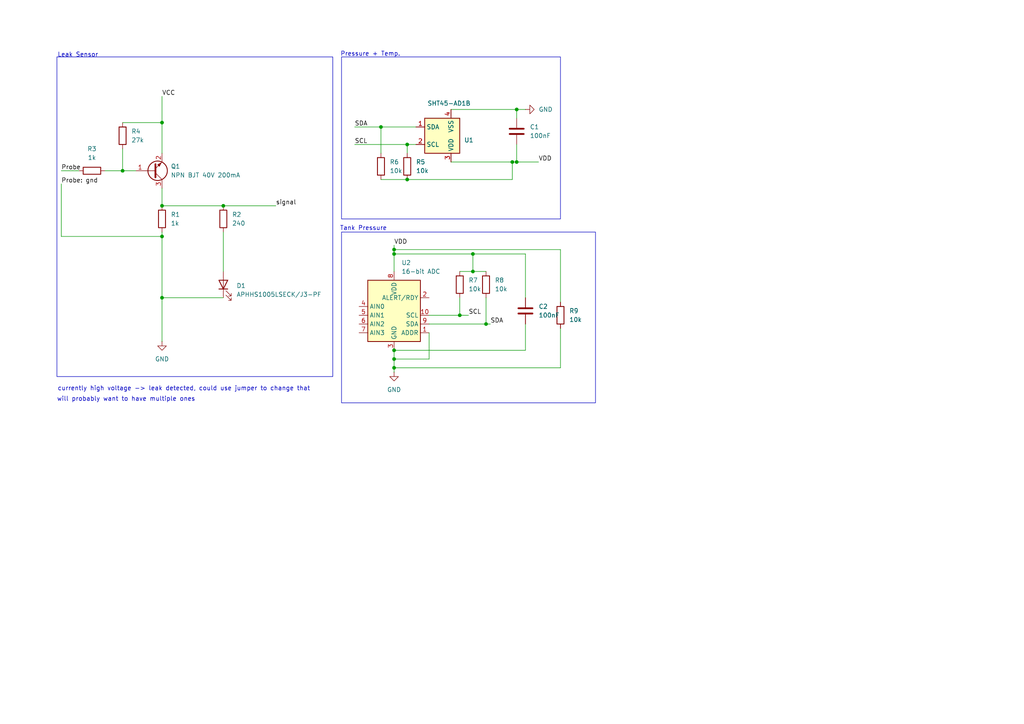
<source format=kicad_sch>
(kicad_sch (version 20250114) (generator "eeschema") (generator_version "9.0")
  (paper "A4")
  (lib_symbols
    (symbol "#dzdb:g_cap/C-100n-0201" (pin_numbers (hide yes)) (pin_names (offset 0.254))
      (property "Reference" "C" (at 0.635 2.54 0))
      (property "Value" "100nF" (at 0.635 -2.54 0))
      (symbol "g_cap/C-100n-0201_0_1"
        (polyline (pts (xy -2.032 0.762) (xy 2.032 0.762)) (stroke (width 0.508)))
        (polyline (pts (xy -2.032 -0.762) (xy 2.032 -0.762)) (stroke (width 0.508)))
      )
      (symbol "g_cap/C-100n-0201_1_1"
        (pin passive line (at 0 3.81 270) (length 2.794) (name "~") (number "1"))
        (pin passive line (at 0 -3.81 90) (length 2.794) (name "~") (number "2"))
      )
    )
    (symbol "#dzdb:g_cap/C-100n-0402" (pin_numbers (hide yes)) (pin_names (offset 0.254))
      (property "Reference" "C" (at 0.635 2.54 0))
      (property "Value" "100nF" (at 0.635 -2.54 0))
      (symbol "g_cap/C-100n-0402_0_1"
        (polyline (pts (xy -2.032 0.762) (xy 2.032 0.762)) (stroke (width 0.508)))
        (polyline (pts (xy -2.032 -0.762) (xy 2.032 -0.762)) (stroke (width 0.508)))
      )
      (symbol "g_cap/C-100n-0402_1_1"
        (pin passive line (at 0 3.81 270) (length 2.794) (name "~") (number "1"))
        (pin passive line (at 0 -3.81 90) (length 2.794) (name "~") (number "2"))
      )
    )
    (symbol "#dzdb:g_res/R-10k-0603" (pin_numbers (hide yes)) (pin_names (offset 0))
      (property "Reference" "R" (at 2.032 0 90))
      (property "Value" "10k" (at 0 0 90))
      (symbol "g_res/R-10k-0603_0_1"
        (rectangle (start -1.016 -2.54) (end 1.016 2.54) (stroke (width 0.254)))
      )
      (symbol "g_res/R-10k-0603_1_1"
        (pin passive line (at 0 3.81 270) (length 1.27) (name "~") (number "1"))
        (pin passive line (at 0 -3.81 90) (length 1.27) (name "~") (number "2"))
      )
    )
    (symbol "#dzdb:g_res/R-1k-0603" (pin_numbers (hide yes)) (pin_names (offset 0))
      (property "Reference" "R" (at 2.032 0 90))
      (property "Value" "1k" (at 0 0 90))
      (symbol "g_res/R-1k-0603_0_1"
        (rectangle (start -1.016 -2.54) (end 1.016 2.54) (stroke (width 0.254)))
      )
      (symbol "g_res/R-1k-0603_1_1"
        (pin passive line (at 0 3.81 270) (length 1.27) (name "~") (number "1"))
        (pin passive line (at 0 -3.81 90) (length 1.27) (name "~") (number "2"))
      )
    )
    (symbol "#dzdb:g_res/R-240-0603" (pin_numbers (hide yes)) (pin_names (offset 0))
      (property "Reference" "R" (at 2.032 0 90))
      (property "Value" "240" (at 0 0 90))
      (symbol "g_res/R-240-0603_0_1"
        (rectangle (start -1.016 -2.54) (end 1.016 2.54) (stroke (width 0.254)))
      )
      (symbol "g_res/R-240-0603_1_1"
        (pin passive line (at 0 3.81 270) (length 1.27) (name "~") (number "1"))
        (pin passive line (at 0 -3.81 90) (length 1.27) (name "~") (number "2"))
      )
    )
    (symbol "#dzdb:g_res/R-27k-0603" (pin_numbers (hide yes)) (pin_names (offset 0))
      (property "Reference" "R" (at 2.032 0 90))
      (property "Value" "27k" (at 0 0 90))
      (symbol "g_res/R-27k-0603_0_1"
        (rectangle (start -1.016 -2.54) (end 1.016 2.54) (stroke (width 0.254)))
      )
      (symbol "g_res/R-27k-0603_1_1"
        (pin passive line (at 0 3.81 270) (length 1.27) (name "~") (number "1"))
        (pin passive line (at 0 -3.81 90) (length 1.27) (name "~") (number "2"))
      )
    )
    (symbol "#dzdb:s_dio/D-KIN-APHHS1005LSECK/J3-PF" (pin_numbers (hide yes)) (pin_names (offset 1.016) (hide yes))
      (property "Reference" "D" (at 0 2.54 0))
      (property "Value" "APHHS1005LSECK/J3-PF" (at 0 -2.54 0))
      (symbol "s_dio/D-KIN-APHHS1005LSECK/J3-PF_0_1"
        (polyline (pts (xy -3.048 -0.762) (xy -4.572 -2.286) (xy -3.81 -2.286) (xy -4.572 -2.286) (xy -4.572 -1.524)))
        (polyline (pts (xy -1.778 -0.762) (xy -3.302 -2.286) (xy -2.54 -2.286) (xy -3.302 -2.286) (xy -3.302 -1.524)))
        (polyline (pts (xy -1.27 0) (xy 1.27 0)))
        (polyline (pts (xy -1.27 -1.27) (xy -1.27 1.27)) (stroke (width 0.254)))
        (polyline (pts (xy 1.27 -1.27) (xy 1.27 1.27) (xy -1.27 0) (xy 1.27 -1.27)) (stroke (width 0.254)))
      )
      (symbol "s_dio/D-KIN-APHHS1005LSECK/J3-PF_1_1"
        (pin passive line (at -3.81 0 0) (length 2.54) (name "K") (number "1"))
        (pin passive line (at 3.81 0 180) (length 2.54) (name "A") (number "2"))
      )
    )
    (symbol "#dzdb:s_misc/IC-ADC-ADS1115-MSOP"
      (property "Reference" "U" (at 2.54 13.97 0))
      (property "Value" "16-bit ADC" (at 7.62 11.43 0))
      (symbol "s_misc/IC-ADC-ADS1115-MSOP_0_1"
        (rectangle (start -7.62 10.16) (end 7.62 -7.62) (stroke (width 0.254)) (fill (type background)))
      )
      (symbol "s_misc/IC-ADC-ADS1115-MSOP_1_1"
        (pin input line (at -10.16 2.54 0) (length 2.54) (name "AIN0") (number "4"))
        (pin input line (at -10.16 0 0) (length 2.54) (name "AIN1") (number "5"))
        (pin input line (at -10.16 -2.54 0) (length 2.54) (name "AIN2") (number "6"))
        (pin input line (at -10.16 -5.08 0) (length 2.54) (name "AIN3") (number "7"))
        (pin power_in line (at 0 12.7 270) (length 2.54) (name "VDD") (number "8"))
        (pin power_in line (at 0 -10.16 90) (length 2.54) (name "GND") (number "3"))
        (pin output line (at 10.16 5.08 180) (length 2.54) (name "ALERT/RDY") (number "2"))
        (pin input line (at 10.16 0 180) (length 2.54) (name "SCL") (number "10"))
        (pin bidirectional line (at 10.16 -2.54 180) (length 2.54) (name "SDA") (number "9"))
        (pin input line (at 10.16 -5.08 180) (length 2.54) (name "ADDR") (number "1"))
      )
    )
    (symbol "#dzdb:s_misc/Q-NPN-200-SOT23" (pin_names (offset 0) (hide yes))
      (property "Reference" "Q" (at 5.08 1.905 0))
      (property "Value" "NPN BJT 40V 200mA" (at 5.08 0 0))
      (symbol "s_misc/Q-NPN-200-SOT23_0_1"
        (polyline (pts (xy -2.54 0) (xy 0.635 0)))
        (polyline (pts (xy 0.635 1.905) (xy 0.635 -1.905)) (stroke (width 0.508)))
        (circle (center 1.27 0) (radius 2.8194) (stroke (width 0.254)))
      )
      (symbol "s_misc/Q-NPN-200-SOT23_1_1"
        (polyline (pts (xy 0.635 0.635) (xy 2.54 2.54)))
        (polyline (pts (xy 0.635 -0.635) (xy 2.54 -2.54)))
        (polyline (pts (xy 1.27 -1.778) (xy 1.778 -1.27) (xy 2.286 -2.286) (xy 1.27 -1.778)) (fill (type outline)))
        (pin input line (at -5.08 0 0) (length 2.54) (name "B") (number "1"))
        (pin passive line (at 2.54 5.08 270) (length 2.54) (name "C") (number "3"))
        (pin passive line (at 2.54 -5.08 90) (length 2.54) (name "E") (number "2"))
      )
    )
    (symbol "#dzdb:s_sens/D-SENS-SHT40-AD1F-R2"
      (property "Reference" "U" (at 0 8.89 0))
      (property "Value" "SHT40-AD1F-R2" (at 0 6.35 0))
      (symbol "s_sens/D-SENS-SHT40-AD1F-R2_1_1"
        (rectangle (start -5.08 5.08) (end 5.08 -5.08) (stroke (width 0.254)) (fill (type background)))
        (pin input line (at -7.62 2.54 0) (length 2.54) (name "SCL") (number "2"))
        (pin bidirectional line (at -7.62 -2.54 0) (length 2.54) (name "SDA") (number "1"))
        (pin power_in line (at 2.54 7.62 270) (length 2.54) (name "VDD") (number "3"))
        (pin power_in line (at 2.54 -7.62 90) (length 2.54) (name "VSS") (number "4"))
      )
    )
    (symbol "power:GND" (power) (pin_numbers (hide yes)) (pin_names (offset 0) (hide yes))
      (property "Value" "GND" (at 0 -3.81 0))
      (symbol "GND_0_1"
        (polyline (pts (xy 0 0) (xy 0 -1.27) (xy 1.27 -1.27) (xy 0 -2.54) (xy -1.27 -1.27) (xy 0 -1.27)))
      )
      (symbol "GND_1_1"
        (pin power_in line (at 0 0 270) (length 0) (name "~") (number "1"))
      )
    )
  )
  (rectangle (start 99.06 16.51) (end 162.56 63.5))
  (rectangle (start 16.51 16.51) (end 96.52 109.22))
  (rectangle (start 99.06 67.31) (end 172.72 116.84))
  (text "currently high voltage -> leak detected, could use jumper to change that\n" (at 53.34 112.776 0) (effects (font (size 1.27 1.27))))
  (text "Leak Sensor\n" (at 22.606 16.002 0) (effects (font (size 1.27 1.27))))
  (text "Tank Pressure\n" (at 105.41 66.294 0) (effects (font (size 1.27 1.27))))
  (text "Pressure + Temp.\n" (at 107.442 15.748 0) (effects (font (size 1.27 1.27))))
  (text "will probably want to have multiple ones\n" (at 36.576 115.824 0) (effects (font (size 1.27 1.27))))
  (junction (at 46.99 86.36))
  (junction (at 46.99 59.69))
  (junction (at 110.49 36.83))
  (junction (at 46.99 35.56))
  (junction (at 46.99 68.58))
  (junction (at 114.3 106.68))
  (junction (at 148.59 46.99))
  (junction (at 35.56 49.53))
  (junction (at 137.16 78.74))
  (junction (at 118.11 41.91))
  (junction (at 114.3 104.14))
  (junction (at 149.86 46.99))
  (junction (at 114.3 73.66))
  (junction (at 118.11 52.07))
  (junction (at 137.16 73.66))
  (junction (at 133.35 91.44))
  (junction (at 114.3 101.6))
  (junction (at 140.97 93.98))
  (junction (at 149.86 31.75))
  (junction (at 114.3 72.39))
  (junction (at 64.77 59.69))
  (wire (pts (xy 46.99 68.58) (xy 46.99 86.36)))
  (wire (pts (xy 46.99 59.69) (xy 64.77 59.69)))
  (wire (pts (xy 133.35 86.36) (xy 133.35 91.44)))
  (wire (pts (xy 162.56 72.39) (xy 162.56 87.63)))
  (wire (pts (xy 110.49 36.83) (xy 110.49 44.45)))
  (wire (pts (xy 114.3 106.68) (xy 114.3 107.95)))
  (wire (pts (xy 124.46 104.14) (xy 114.3 104.14)))
  (wire (pts (xy 162.56 106.68) (xy 114.3 106.68)))
  (wire (pts (xy 30.48 49.53) (xy 35.56 49.53)))
  (wire (pts (xy 124.46 91.44) (xy 133.35 91.44)))
  (wire (pts (xy 17.78 53.34) (xy 17.78 68.58)))
  (wire (pts (xy 152.4 101.6) (xy 114.3 101.6)))
  (wire (pts (xy 137.16 73.66) (xy 152.4 73.66)))
  (wire (pts (xy 102.87 36.83) (xy 110.49 36.83)))
  (wire (pts (xy 152.4 73.66) (xy 152.4 86.36)))
  (wire (pts (xy 114.3 104.14) (xy 114.3 106.68)))
  (wire (pts (xy 110.49 36.83) (xy 120.65 36.83)))
  (wire (pts (xy 102.87 41.91) (xy 118.11 41.91)))
  (wire (pts (xy 35.56 49.53) (xy 39.37 49.53)))
  (wire (pts (xy 130.81 46.99) (xy 148.59 46.99)))
  (wire (pts (xy 149.86 46.99) (xy 156.21 46.99)))
  (wire (pts (xy 46.99 86.36) (xy 64.77 86.36)))
  (wire (pts (xy 137.16 78.74) (xy 140.97 78.74)))
  (wire (pts (xy 110.49 52.07) (xy 118.11 52.07)))
  (wire (pts (xy 35.56 43.18) (xy 35.56 49.53)))
  (wire (pts (xy 140.97 93.98) (xy 142.24 93.98)))
  (wire (pts (xy 133.35 91.44) (xy 135.89 91.44)))
  (wire (pts (xy 114.3 72.39) (xy 162.56 72.39)))
  (wire (pts (xy 152.4 93.98) (xy 152.4 101.6)))
  (wire (pts (xy 64.77 59.69) (xy 80.01 59.69)))
  (wire (pts (xy 124.46 96.52) (xy 124.46 104.14)))
  (wire (pts (xy 114.3 72.39) (xy 114.3 73.66)))
  (wire (pts (xy 124.46 93.98) (xy 140.97 93.98)))
  (wire (pts (xy 114.3 71.12) (xy 114.3 72.39)))
  (wire (pts (xy 114.3 73.66) (xy 137.16 73.66)))
  (wire (pts (xy 35.56 35.56) (xy 46.99 35.56)))
  (wire (pts (xy 149.86 31.75) (xy 152.4 31.75)))
  (wire (pts (xy 140.97 86.36) (xy 140.97 93.98)))
  (wire (pts (xy 148.59 46.99) (xy 148.59 52.07)))
  (wire (pts (xy 114.3 101.6) (xy 114.3 104.14)))
  (wire (pts (xy 120.65 41.91) (xy 118.11 41.91)))
  (wire (pts (xy 17.78 68.58) (xy 46.99 68.58)))
  (wire (pts (xy 133.35 78.74) (xy 137.16 78.74)))
  (wire (pts (xy 137.16 73.66) (xy 137.16 78.74)))
  (wire (pts (xy 46.99 35.56) (xy 46.99 44.45)))
  (wire (pts (xy 17.78 49.53) (xy 22.86 49.53)))
  (wire (pts (xy 149.86 31.75) (xy 149.86 34.29)))
  (wire (pts (xy 114.3 73.66) (xy 114.3 78.74)))
  (wire (pts (xy 149.86 46.99) (xy 149.86 41.91)))
  (wire (pts (xy 130.81 31.75) (xy 149.86 31.75)))
  (wire (pts (xy 162.56 95.25) (xy 162.56 106.68)))
  (wire (pts (xy 46.99 27.94) (xy 46.99 35.56)))
  (wire (pts (xy 64.77 67.31) (xy 64.77 78.74)))
  (wire (pts (xy 118.11 41.91) (xy 118.11 44.45)))
  (wire (pts (xy 46.99 54.61) (xy 46.99 59.69)))
  (wire (pts (xy 46.99 67.31) (xy 46.99 68.58)))
  (wire (pts (xy 118.11 52.07) (xy 148.59 52.07)))
  (wire (pts (xy 46.99 86.36) (xy 46.99 99.06)))
  (wire (pts (xy 148.59 46.99) (xy 149.86 46.99)))
  (label "Probe: gnd" (at 17.78 53.34 0))
  (label "VDD" (at 156.21 46.99 0))
  (label "signal" (at 80.01 59.69 0))
  (label "Probe" (at 17.78 49.53 0))
  (label "SCL" (at 135.89 91.44 0))
  (label "VCC" (at 46.99 27.94 0))
  (label "SDA" (at 102.87 36.83 0))
  (label "SCL" (at 102.87 41.91 0))
  (label "VDD" (at 114.3 71.12 0))
  (label "SDA" (at 142.24 93.98 0))
  (symbol (lib_id "#dzdb:g_res/R-10k-0603") (at 140.97 82.55 0) (unit 1)
    (property "Reference" "R8" (at 143.51 81.2799 0) (effects (justify left)))
    (property "Value" "10k" (at 143.51 83.8199 0) (effects (justify left)))
    (property "Footprint" "Resistor_SMD:R_0603_1608Metric" (effects (hide yes)))
    (property "Datasheet" "https://www.we-online.com/components/products/datasheet/560112116005.pdf" (effects (hide yes)))
    (property "Description" "Thick Film Resistors - SMD WRIS-RSKS 10 kOhms 1 % 0.1 W 0603" (effects (hide yes)))
    (property "IPN" "R-10k-0603" (effects (hide yes)))
    (property "MPN" "560112116005" (effects (hide yes)))
    (property "Manufacturer" "Wurth Elektronik" (effects (hide yes)))
    (property "Resistance" "10k" (effects (hide yes)))
    (property "Power" "0.1 W" (effects (hide yes)))
    (property "Material" "Thick film" (effects (hide yes)))
    (property "Tolerance" "1 %" (effects (hide yes)))
    (property "Supplier" "Mouser" (effects (hide yes)))
    (property "SPN" "710-560112116005" (effects (hide yes)))
    (property "LCSC" "CXXXXX" (effects (hide yes)))
    (property "Comment" "lifecycle=Active; note=Auto-generated" (effects (hide yes)))
  )
  (symbol (lib_id "#dzdb:g_res/R-10k-0603") (at 118.11 48.26 0) (unit 1)
    (property "Reference" "R5" (at 120.65 46.9899 0) (effects (justify left)))
    (property "Value" "10k" (at 120.65 49.5299 0) (effects (justify left)))
    (property "Footprint" "Resistor_SMD:R_0603_1608Metric" (effects (hide yes)))
    (property "Datasheet" "https://www.we-online.com/components/products/datasheet/560112116005.pdf" (effects (hide yes)))
    (property "Description" "Thick Film Resistors - SMD WRIS-RSKS 10 kOhms 1 % 0.1 W 0603" (effects (hide yes)))
    (property "IPN" "R-10k-0603" (effects (hide yes)))
    (property "MPN" "560112116005" (effects (hide yes)))
    (property "Manufacturer" "Wurth Elektronik" (effects (hide yes)))
    (property "Resistance" "10k" (effects (hide yes)))
    (property "Power" "0.1 W" (effects (hide yes)))
    (property "Material" "Thick film" (effects (hide yes)))
    (property "Tolerance" "1 %" (effects (hide yes)))
    (property "Supplier" "Mouser" (effects (hide yes)))
    (property "SPN" "710-560112116005" (effects (hide yes)))
    (property "LCSC" "CXXXXX" (effects (hide yes)))
    (property "Comment" "lifecycle=Active; note=Auto-generated" (effects (hide yes)))
  )
  (symbol (lib_id "#dzdb:g_res/R-10k-0603") (at 133.35 82.55 0) (unit 1)
    (property "Reference" "R7" (at 135.89 81.2799 0) (effects (justify left)))
    (property "Value" "10k" (at 135.89 83.8199 0) (effects (justify left)))
    (property "Footprint" "Resistor_SMD:R_0603_1608Metric" (effects (hide yes)))
    (property "Datasheet" "https://www.we-online.com/components/products/datasheet/560112116005.pdf" (effects (hide yes)))
    (property "Description" "Thick Film Resistors - SMD WRIS-RSKS 10 kOhms 1 % 0.1 W 0603" (effects (hide yes)))
    (property "IPN" "R-10k-0603" (effects (hide yes)))
    (property "MPN" "560112116005" (effects (hide yes)))
    (property "Manufacturer" "Wurth Elektronik" (effects (hide yes)))
    (property "Resistance" "10k" (effects (hide yes)))
    (property "Power" "0.1 W" (effects (hide yes)))
    (property "Material" "Thick film" (effects (hide yes)))
    (property "Tolerance" "1 %" (effects (hide yes)))
    (property "Supplier" "Mouser" (effects (hide yes)))
    (property "SPN" "710-560112116005" (effects (hide yes)))
    (property "LCSC" "CXXXXX" (effects (hide yes)))
    (property "Comment" "lifecycle=Active; note=Auto-generated" (effects (hide yes)))
  )
  (symbol (lib_id "#dzdb:s_dio/D-KIN-APHHS1005LSECK/J3-PF") (at 64.77 82.55 90) (unit 1)
    (property "Reference" "D1" (at 68.58 82.8674 90) (effects (justify right)))
    (property "Value" "APHHS1005LSECK/J3-PF" (at 68.58 85.4074 90) (effects (justify right)))
    (property "Footprint" "LED_SMD:LED_0402_1005Metric" (effects (hide yes)))
    (property "Datasheet" "https://www.kingbrightusa.com/images/catalog/spec/APHHS1005LSECK-J3-PF.pdf" (effects (hide yes)))
    (property "Description" "LED RED 625nm 80mcd@2mA 40mcd@1mA 1.8V" (effects (hide yes)))
    (property "Sim.Pins" "1=K 2=A" (effects (hide yes)))
    (property "IPN" "D-KIN-APHHS1005LSECK/J3-PF" (effects (hide yes)))
    (property "MPN" "APHHS1005LSECK/J3-PF" (effects (hide yes)))
    (property "Manufacturer" "Kingbright" (effects (hide yes)))
    (property "Type" "LED RED" (effects (hide yes)))
    (property "Vf" "1.8V" (effects (hide yes)))
    (property "If" "2mA" (effects (hide yes)))
    (property "Supplier" "Mouser" (effects (hide yes)))
    (property "SPN" "604-APHHS1005LSECKJ3" (effects (hide yes)))
    (property "Comment" "lifecycle=Active" (effects (hide yes)))
  )
  (symbol (lib_id "#dzdb:s_sens/D-SENS-SHT40-AD1F-R2") (at 128.27 39.37 0) (mirror x) (unit 1)
    (property "Reference" "U1" (at 134.62 40.6401 0) (effects (justify left)))
    (property "Value" "SHT45-AD1B" (at 123.952 29.972 0) (effects (justify left)))
    (property "Footprint" "Sensor_Humidity:Sensirion_DFN-4_1.5x1.5mm_P0.8mm_SHT4x_NoCentralPad" (effects (hide yes)))
    (property "Datasheet" "https://sensirion.com/media/documents/33FD6951/67EB9032/HT_DS_Datasheet_SHT4x_5.pdf" (effects (hide yes)))
    (property "Description" "Board Mount Humidity Sensors Digital Humidity and Temperature Sensor incl Filter Membrane" (effects (hide yes)))
    (property "IPN" "D-SENS-SHT40-AD1F-R2" (effects (hide yes)))
    (property "MPN" "SHT40-AD1F-R2" (effects (hide yes)))
    (property "Manufacturer" "Sensirion" (effects (hide yes)))
    (property "Type" "Temperature/Humidity" (effects (hide yes)))
    (property "Channels" "1" (effects (hide yes)))
    (property "Vin Range" "1.08V -3.6V" (effects (hide yes)))
    (property "Supplier" "Mouser" (effects (hide yes)))
    (property "SPN" "403-SHT40-AD1F-R2" (effects (hide yes)))
    (property "LCSC" "CXXXXX" (effects (hide yes)))
    (property "Comment" "lifecycle=Active;" (effects (hide yes)))
  )
  (symbol (lib_id "#dzdb:g_res/R-10k-0603") (at 162.56 91.44 0) (unit 1)
    (property "Reference" "R9" (at 165.1 90.1699 0) (effects (justify left)))
    (property "Value" "10k" (at 165.1 92.7099 0) (effects (justify left)))
    (property "Footprint" "Resistor_SMD:R_0603_1608Metric" (effects (hide yes)))
    (property "Datasheet" "https://www.we-online.com/components/products/datasheet/560112116005.pdf" (effects (hide yes)))
    (property "Description" "Thick Film Resistors - SMD WRIS-RSKS 10 kOhms 1 % 0.1 W 0603" (effects (hide yes)))
    (property "IPN" "R-10k-0603" (effects (hide yes)))
    (property "MPN" "560112116005" (effects (hide yes)))
    (property "Manufacturer" "Wurth Elektronik" (effects (hide yes)))
    (property "Resistance" "10k" (effects (hide yes)))
    (property "Power" "0.1 W" (effects (hide yes)))
    (property "Material" "Thick film" (effects (hide yes)))
    (property "Tolerance" "1 %" (effects (hide yes)))
    (property "Supplier" "Mouser" (effects (hide yes)))
    (property "SPN" "710-560112116005" (effects (hide yes)))
    (property "LCSC" "CXXXXX" (effects (hide yes)))
    (property "Comment" "lifecycle=Active; note=Auto-generated" (effects (hide yes)))
  )
  (symbol (lib_id "power:GND") (at 152.4 31.75 90) (unit 1)
    (property "Reference" "#PWR02" (effects (hide yes)))
    (property "Value" "GND" (at 156.21 31.7499 90) (effects (justify right)))
    (property "Description" "Power symbol creates a global label with name \"GND\" , ground" (effects (hide yes)))
  )
  (symbol (lib_id "power:GND") (at 46.99 99.06 0) (unit 1)
    (property "Reference" "#PWR01" (effects (hide yes)))
    (property "Value" "GND" (at 46.99 104.14 0))
    (property "Description" "Power symbol creates a global label with name \"GND\" , ground" (effects (hide yes)))
  )
  (symbol (lib_id "#dzdb:g_res/R-1k-0603") (at 26.67 49.53 90) (unit 1)
    (property "Reference" "R3" (at 26.67 43.18 90))
    (property "Value" "1k" (at 26.67 45.72 90))
    (property "Footprint" "Resistor_SMD:R_0603_1608Metric" (effects (hide yes)))
    (property "Datasheet" "https://www.we-online.com/components/products/datasheet/560112116014.pdf" (effects (hide yes)))
    (property "Description" "Thick Film Resistors - SMD WRIS-RSKS 1 kOhms 1 % 0.1 W 0603" (effects (hide yes)))
    (property "IPN" "R-1k-0603" (effects (hide yes)))
    (property "MPN" "560112116014" (effects (hide yes)))
    (property "Manufacturer" "Wurth Elektronik" (effects (hide yes)))
    (property "Resistance" "1k" (effects (hide yes)))
    (property "Power" "0.1 W" (effects (hide yes)))
    (property "Material" "Thick film" (effects (hide yes)))
    (property "Tolerance" "1 %" (effects (hide yes)))
    (property "Supplier" "Mouser" (effects (hide yes)))
    (property "SPN" "710-560112116014" (effects (hide yes)))
    (property "LCSC" "CXXXXX" (effects (hide yes)))
    (property "Comment" "lifecycle=Active; note=Auto-generated" (effects (hide yes)))
  )
  (symbol (lib_id "#dzdb:g_res/R-10k-0603") (at 110.49 48.26 0) (unit 1)
    (property "Reference" "R6" (at 113.03 46.9899 0) (effects (justify left)))
    (property "Value" "10k" (at 113.03 49.5299 0) (effects (justify left)))
    (property "Footprint" "Resistor_SMD:R_0603_1608Metric" (effects (hide yes)))
    (property "Datasheet" "https://www.we-online.com/components/products/datasheet/560112116005.pdf" (effects (hide yes)))
    (property "Description" "Thick Film Resistors - SMD WRIS-RSKS 10 kOhms 1 % 0.1 W 0603" (effects (hide yes)))
    (property "IPN" "R-10k-0603" (effects (hide yes)))
    (property "MPN" "560112116005" (effects (hide yes)))
    (property "Manufacturer" "Wurth Elektronik" (effects (hide yes)))
    (property "Resistance" "10k" (effects (hide yes)))
    (property "Power" "0.1 W" (effects (hide yes)))
    (property "Material" "Thick film" (effects (hide yes)))
    (property "Tolerance" "1 %" (effects (hide yes)))
    (property "Supplier" "Mouser" (effects (hide yes)))
    (property "SPN" "710-560112116005" (effects (hide yes)))
    (property "LCSC" "CXXXXX" (effects (hide yes)))
    (property "Comment" "lifecycle=Active; note=Auto-generated" (effects (hide yes)))
  )
  (symbol (lib_id "#dzdb:s_misc/IC-ADC-ADS1115-MSOP") (at 114.3 91.44 0) (unit 1)
    (property "Reference" "U2" (at 116.4433 76.2 0) (effects (justify left)))
    (property "Value" "16-bit ADC" (at 116.4433 78.74 0) (effects (justify left)))
    (property "Footprint" "Package_SO:VSSOP-10_3x3mm_P0.5mm" (effects (hide yes)))
    (property "Datasheet" "https://www.ti.com/lit/ds/symlink/ads1115.pdf" (effects (hide yes)))
    (property "Description" "16-bit 860SPS ADC with PGA and I²C interface" (effects (hide yes)))
    (property "IPN" "IC-ADC-ADS1115-MSOP" (effects (hide yes)))
    (property "MPN" "ADS1115IDGS" (effects (hide yes)))
    (property "Manufacturer" "Texas Instruments" (effects (hide yes)))
    (property "Symbol" "Analog_ADC:ADS1115IDGS" (effects (hide yes)))
    (property "Type" "ADC" (effects (hide yes)))
    (property "Supplier" "Mouser" (effects (hide yes)))
    (property "SPN" "595-ADS1115IDGSR" (effects (hide yes)))
    (property "LCSC" "C37593" (effects (hide yes)))
    (property "Comment" "Programmable gain" (effects (hide yes)))
  )
  (symbol (lib_id "#dzdb:g_cap/C-100n-0201") (at 149.86 38.1 0) (unit 1)
    (property "Reference" "C1" (at 153.67 36.8299 0) (effects (justify left)))
    (property "Value" "100nF" (at 153.67 39.3699 0) (effects (justify left)))
    (property "Footprint" "Capacitor_SMD:C_0201_0603Metric" (effects (hide yes)))
    (property "Datasheet" "https://www.murata.com/products/productdetail?partno=GRM033R61A104ME15%23" (effects (hide yes)))
    (property "Description" "Cap 100nF 10V 0201 X5R ±20%" (effects (hide yes)))
    (property "IPN" "C-100n-0201" (effects (hide yes)))
    (property "MPN" "GRM033R61A104ME15" (effects (hide yes)))
    (property "Manufacturer" "Murata" (effects (hide yes)))
    (property "Capacitance" "100nF" (effects (hide yes)))
    (property "Voltage" "10V" (effects (hide yes)))
    (property "Material" "X5R" (effects (hide yes)))
    (property "Tolerance" "20%" (effects (hide yes)))
    (property "Supplier" "Mouser" (effects (hide yes)))
    (property "SPN" "81-GRM033R61A104ME5D" (effects (hide yes)))
    (property "Comment" "lifecycle=Active" (effects (hide yes)))
  )
  (symbol (lib_id "#dzdb:g_res/R-27k-0603") (at 35.56 39.37 0) (unit 1)
    (property "Reference" "R4" (at 38.1 38.0999 0) (effects (justify left)))
    (property "Value" "27k" (at 38.1 40.6399 0) (effects (justify left)))
    (property "Footprint" "Resistor_SMD:R_0603_1608Metric" (effects (hide yes)))
    (property "Datasheet" "https://www.we-online.com/components/products/datasheet/560112116023.pdf" (effects (hide yes)))
    (property "Description" "Thick Film Resistors - SMD WRIS-RSKS 27 kOhms 1 % 0.1 W 0603" (effects (hide yes)))
    (property "IPN" "R-27k-0603" (effects (hide yes)))
    (property "MPN" "560112116023" (effects (hide yes)))
    (property "Manufacturer" "Wurth Elektronik" (effects (hide yes)))
    (property "Resistance" "27k" (effects (hide yes)))
    (property "Power" "0.1 W" (effects (hide yes)))
    (property "Material" "Thick film" (effects (hide yes)))
    (property "Tolerance" "1 %" (effects (hide yes)))
    (property "Supplier" "Mouser" (effects (hide yes)))
    (property "SPN" "710-560112116023" (effects (hide yes)))
    (property "LCSC" "CXXXXX" (effects (hide yes)))
    (property "Comment" "lifecycle=Active; note=Auto-generated" (effects (hide yes)))
  )
  (symbol (lib_id "#dzdb:s_misc/Q-NPN-200-SOT23") (at 44.45 49.53 0) (mirror x) (unit 1)
    (property "Reference" "Q1" (at 49.53 48.2599 0) (effects (justify left)))
    (property "Value" "NPN BJT 40V 200mA" (at 49.53 50.7999 0) (effects (justify left)))
    (property "Footprint" "Package_TO_SOT_SMD:SOT-23" (effects (hide yes)))
    (property "Datasheet" "https://www.lcsc.com/datasheet/C94514.pdf" (effects (hide yes)))
    (property "Description" "Transistor NPN general-purpose small-signal" (effects (hide yes)))
    (property "IPN" "Q-NPN-200-SOT23" (effects (hide yes)))
    (property "MPN" "MMBT3904-7-F" (effects (hide yes)))
    (property "Manufacturer" "Diodes Incorporated" (effects (hide yes)))
    (property "Symbol" "Transistor_BJT:MMBT3904" (effects (hide yes)))
    (property "Type" "BJT" (effects (hide yes)))
    (property "Supplier" "N/A" (effects (hide yes)))
    (property "SPN" "N/A" (effects (hide yes)))
    (property "LCSC" "C94514" (effects (hide yes)))
  )
  (symbol (lib_id "#dzdb:g_res/R-1k-0603") (at 46.99 63.5 0) (unit 1)
    (property "Reference" "R1" (at 49.53 62.2299 0) (effects (justify left)))
    (property "Value" "1k" (at 49.53 64.7699 0) (effects (justify left)))
    (property "Footprint" "Resistor_SMD:R_0603_1608Metric" (effects (hide yes)))
    (property "Datasheet" "https://www.we-online.com/components/products/datasheet/560112116014.pdf" (effects (hide yes)))
    (property "Description" "Thick Film Resistors - SMD WRIS-RSKS 1 kOhms 1 % 0.1 W 0603" (effects (hide yes)))
    (property "IPN" "R-1k-0603" (effects (hide yes)))
    (property "MPN" "560112116014" (effects (hide yes)))
    (property "Manufacturer" "Wurth Elektronik" (effects (hide yes)))
    (property "Resistance" "1k" (effects (hide yes)))
    (property "Power" "0.1 W" (effects (hide yes)))
    (property "Material" "Thick film" (effects (hide yes)))
    (property "Tolerance" "1 %" (effects (hide yes)))
    (property "Supplier" "Mouser" (effects (hide yes)))
    (property "SPN" "710-560112116014" (effects (hide yes)))
    (property "LCSC" "CXXXXX" (effects (hide yes)))
    (property "Comment" "lifecycle=Active; note=Auto-generated" (effects (hide yes)))
  )
  (symbol (lib_id "#dzdb:g_res/R-240-0603") (at 64.77 63.5 0) (unit 1)
    (property "Reference" "R2" (at 67.31 62.2299 0) (effects (justify left)))
    (property "Value" "240" (at 67.31 64.7699 0) (effects (justify left)))
    (property "Footprint" "Resistor_SMD:R_0603_1608Metric" (effects (hide yes)))
    (property "Datasheet" "https://www.we-online.com/components/products/datasheet/560112116089.pdf" (effects (hide yes)))
    (property "Description" "Thick Film Resistors - SMD WRIS-RSKS 240 Ohms 1 % 0.1 W 0603" (effects (hide yes)))
    (property "IPN" "R-240-0603" (effects (hide yes)))
    (property "MPN" "560112116089" (effects (hide yes)))
    (property "Manufacturer" "Wurth Elektronik" (effects (hide yes)))
    (property "Resistance" "240" (effects (hide yes)))
    (property "Power" "0.1 W" (effects (hide yes)))
    (property "Material" "Thick film" (effects (hide yes)))
    (property "Tolerance" "1 %" (effects (hide yes)))
    (property "Supplier" "Mouser" (effects (hide yes)))
    (property "SPN" "710-560112116089" (effects (hide yes)))
    (property "LCSC" "CXXXXX" (effects (hide yes)))
    (property "Comment" "lifecycle=Active; note=Auto-generated" (effects (hide yes)))
  )
  (symbol (lib_id "#dzdb:g_cap/C-100n-0402") (at 152.4 90.17 0) (unit 1)
    (property "Reference" "C2" (at 156.21 88.8999 0) (effects (justify left)))
    (property "Value" "100nF" (at 156.21 91.4399 0) (effects (justify left)))
    (property "Footprint" "Capacitor_SMD:C_0402_1005Metric" (effects (hide yes)))
    (property "Datasheet" "https://www.murata.com/products/productdetail?partno=GRM155R61A104KA01D" (effects (hide yes)))
    (property "Description" "Cap 100nF 50V 0402 X5R ±10%" (effects (hide yes)))
    (property "IPN" "C-100n-0402" (effects (hide yes)))
    (property "MPN" "GRM155R61H104KE19" (effects (hide yes)))
    (property "Manufacturer" "Murata" (effects (hide yes)))
    (property "Capacitance" "100nF" (effects (hide yes)))
    (property "Voltage" "50V" (effects (hide yes)))
    (property "Material" "X5R" (effects (hide yes)))
    (property "Tolerance" "10%" (effects (hide yes)))
    (property "Supplier" "Mouser" (effects (hide yes)))
    (property "SPN" "81-GRM155R61H104KE9D" (effects (hide yes)))
    (property "LCSC" "C105882" (effects (hide yes)))
    (property "Comment" "lifecycle=Active" (effects (hide yes)))
  )
  (symbol (lib_id "power:GND") (at 114.3 107.95 0) (unit 1)
    (property "Reference" "#PWR03" (effects (hide yes)))
    (property "Value" "GND" (at 114.3 113.03 0))
    (property "Description" "Power symbol creates a global label with name \"GND\" , ground" (effects (hide yes)))
  )
)
</source>
